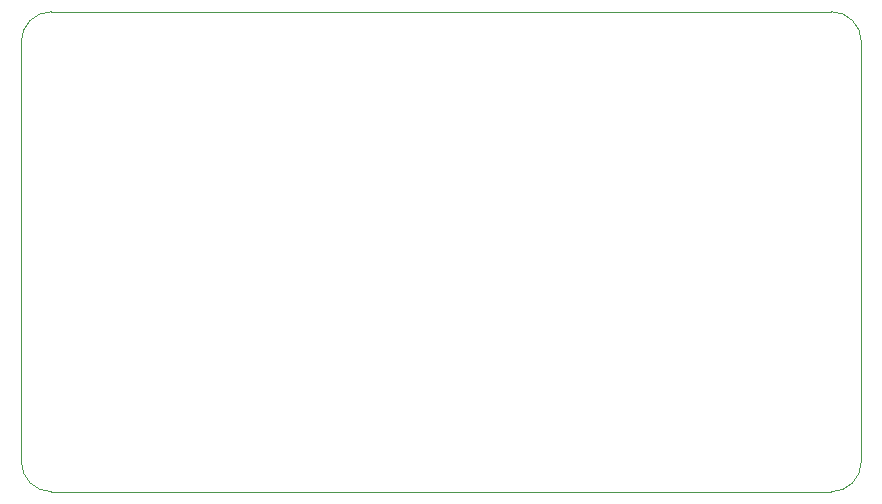
<source format=gbr>
G04 #@! TF.GenerationSoftware,KiCad,Pcbnew,(5.1.5)-3*
G04 #@! TF.CreationDate,2019-12-25T13:57:40+05:30*
G04 #@! TF.ProjectId,aniket,616e696b-6574-42e6-9b69-6361645f7063,rev?*
G04 #@! TF.SameCoordinates,Original*
G04 #@! TF.FileFunction,Profile,NP*
%FSLAX46Y46*%
G04 Gerber Fmt 4.6, Leading zero omitted, Abs format (unit mm)*
G04 Created by KiCad (PCBNEW (5.1.5)-3) date 2019-12-25 13:57:40*
%MOMM*%
%LPD*%
G04 APERTURE LIST*
%ADD10C,0.050000*%
G04 APERTURE END LIST*
D10*
X165100000Y-71120000D02*
G75*
G02X167640000Y-73660000I0J-2540000D01*
G01*
X167640000Y-109220000D02*
G75*
G02X165100000Y-111760000I-2540000J0D01*
G01*
X99060000Y-111760000D02*
G75*
G02X96520000Y-109220000I0J2540000D01*
G01*
X96520000Y-73660000D02*
G75*
G02X99060000Y-71120000I2540000J0D01*
G01*
X167640000Y-73660000D02*
X167640000Y-109220000D01*
X99060000Y-71120000D02*
X165100000Y-71120000D01*
X96520000Y-109220000D02*
X96520000Y-73660000D01*
X165100000Y-111760000D02*
X99060000Y-111760000D01*
M02*

</source>
